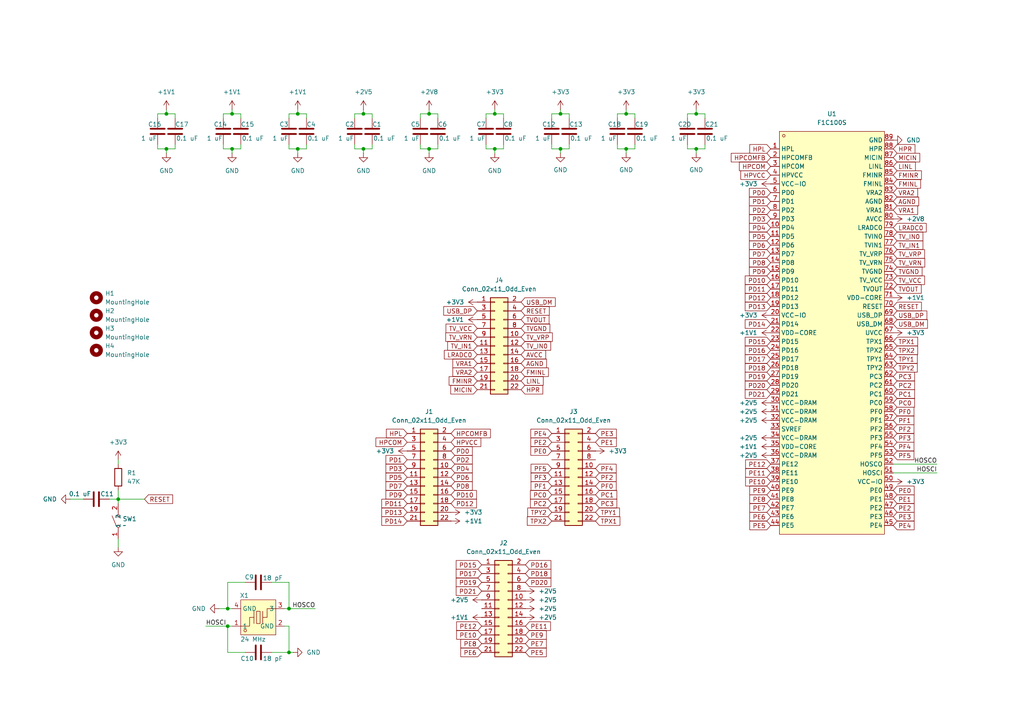
<source format=kicad_sch>
(kicad_sch (version 20250114) (generator "eeschema") (generator_version "9.0")
  (paper "A4")
  (title_block (title "F1C100s CPU ") (date "2025-03-30") (rev "1") (company "Author: Youri Klaassens"))
  (junction (at 48.26 33.02))
  (junction (at 201.93 43.18))
  (junction (at 162.56 33.02))
  (junction (at 105.41 43.18))
  (junction (at 66.04 176.53))
  (junction (at 66.04 181.61))
  (junction (at 143.51 33.02))
  (junction (at 48.26 43.18))
  (junction (at 86.36 33.02))
  (junction (at 105.41 33.02))
  (junction (at 124.46 43.18))
  (junction (at 67.31 43.18))
  (junction (at 83.82 176.53))
  (junction (at 83.82 189.23))
  (junction (at 34.29 144.78))
  (junction (at 86.36 43.18))
  (junction (at 181.61 43.18))
  (junction (at 162.56 43.18))
  (junction (at 181.61 33.02))
  (junction (at 201.93 33.02))
  (junction (at 143.51 43.18))
  (junction (at 124.46 33.02))
  (junction (at 67.31 33.02))
  (wire (pts (xy 88.9 43.18) (xy 86.36 43.18)))
  (wire (pts (xy 127 33.02) (xy 124.46 33.02)))
  (wire (pts (xy 64.77 33.02) (xy 67.31 33.02)))
  (wire (pts (xy 127 34.29) (xy 127 33.02)))
  (wire (pts (xy 179.07 34.29) (xy 179.07 33.02)))
  (wire (pts (xy 50.8 33.02) (xy 48.26 33.02)))
  (wire (pts (xy 184.15 34.29) (xy 184.15 33.02)))
  (wire (pts (xy 146.05 33.02) (xy 143.51 33.02)))
  (wire (pts (xy 201.93 44.45) (xy 201.93 43.18)))
  (wire (pts (xy 160.02 33.02) (xy 162.56 33.02)))
  (wire (pts (xy 107.95 34.29) (xy 107.95 33.02)))
  (wire (pts (xy 64.77 41.91) (xy 64.77 43.18)))
  (wire (pts (xy 107.95 43.18) (xy 105.41 43.18)))
  (wire (pts (xy 69.85 34.29) (xy 69.85 33.02)))
  (wire (pts (xy 146.05 41.91) (xy 146.05 43.18)))
  (wire (pts (xy 105.41 31.75) (xy 105.41 33.02)))
  (wire (pts (xy 34.29 133.35) (xy 34.29 134.62)))
  (wire (pts (xy 71.12 168.91) (xy 66.04 168.91)))
  (wire (pts (xy 165.1 41.91) (xy 165.1 43.18)))
  (wire (pts (xy 107.95 41.91) (xy 107.95 43.18)))
  (wire (pts (xy 48.26 44.45) (xy 48.26 43.18)))
  (wire (pts (xy 83.82 176.53) (xy 91.44 176.53)))
  (wire (pts (xy 204.47 43.18) (xy 201.93 43.18)))
  (wire (pts (xy 143.51 44.45) (xy 143.51 43.18)))
  (wire (pts (xy 181.61 31.75) (xy 181.61 33.02)))
  (wire (pts (xy 69.85 43.18) (xy 67.31 43.18)))
  (wire (pts (xy 78.74 168.91) (xy 83.82 168.91)))
  (wire (pts (xy 165.1 34.29) (xy 165.1 33.02)))
  (wire (pts (xy 201.93 31.75) (xy 201.93 33.02)))
  (wire (pts (xy 67.31 31.75) (xy 67.31 33.02)))
  (wire (pts (xy 184.15 41.91) (xy 184.15 43.18)))
  (wire (pts (xy 107.95 33.02) (xy 105.41 33.02)))
  (wire (pts (xy 199.39 41.91) (xy 199.39 43.18)))
  (wire (pts (xy 102.87 41.91) (xy 102.87 43.18)))
  (wire (pts (xy 140.97 34.29) (xy 140.97 33.02)))
  (wire (pts (xy 102.87 33.02) (xy 105.41 33.02)))
  (wire (pts (xy 45.72 34.29) (xy 45.72 33.02)))
  (wire (pts (xy 48.26 31.75) (xy 48.26 33.02)))
  (wire (pts (xy 86.36 31.75) (xy 86.36 33.02)))
  (wire (pts (xy 146.05 34.29) (xy 146.05 33.02)))
  (wire (pts (xy 64.77 34.29) (xy 64.77 33.02)))
  (wire (pts (xy 105.41 44.45) (xy 105.41 43.18)))
  (wire (pts (xy 59.69 181.61) (xy 66.04 181.61)))
  (wire (pts (xy 50.8 41.91) (xy 50.8 43.18)))
  (wire (pts (xy 66.04 168.91) (xy 66.04 176.53)))
  (wire (pts (xy 179.07 43.18) (xy 181.61 43.18)))
  (wire (pts (xy 45.72 43.18) (xy 48.26 43.18)))
  (wire (pts (xy 45.72 33.02) (xy 48.26 33.02)))
  (wire (pts (xy 160.02 41.91) (xy 160.02 43.18)))
  (wire (pts (xy 83.82 176.53) (xy 82.55 176.53)))
  (wire (pts (xy 83.82 34.29) (xy 83.82 33.02)))
  (wire (pts (xy 86.36 44.45) (xy 86.36 43.18)))
  (wire (pts (xy 102.87 43.18) (xy 105.41 43.18)))
  (wire (pts (xy 124.46 31.75) (xy 124.46 33.02)))
  (wire (pts (xy 102.87 34.29) (xy 102.87 33.02)))
  (wire (pts (xy 146.05 43.18) (xy 143.51 43.18)))
  (wire (pts (xy 78.74 189.23) (xy 83.82 189.23)))
  (wire (pts (xy 83.82 33.02) (xy 86.36 33.02)))
  (wire (pts (xy 184.15 33.02) (xy 181.61 33.02)))
  (wire (pts (xy 66.04 189.23) (xy 71.12 189.23)))
  (wire (pts (xy 83.82 43.18) (xy 86.36 43.18)))
  (wire (pts (xy 20.32 144.78) (xy 24.13 144.78)))
  (wire (pts (xy 162.56 44.45) (xy 162.56 43.18)))
  (wire (pts (xy 259.08 134.62) (xy 271.78 134.62)))
  (wire (pts (xy 67.31 44.45) (xy 67.31 43.18)))
  (wire (pts (xy 83.82 168.91) (xy 83.82 176.53)))
  (wire (pts (xy 160.02 43.18) (xy 162.56 43.18)))
  (wire (pts (xy 199.39 33.02) (xy 201.93 33.02)))
  (wire (pts (xy 34.29 144.78) (xy 34.29 146.05)))
  (wire (pts (xy 63.5 176.53) (xy 66.04 176.53)))
  (wire (pts (xy 165.1 33.02) (xy 162.56 33.02)))
  (wire (pts (xy 204.47 33.02) (xy 201.93 33.02)))
  (wire (pts (xy 127 41.91) (xy 127 43.18)))
  (wire (pts (xy 204.47 34.29) (xy 204.47 33.02)))
  (wire (pts (xy 69.85 33.02) (xy 67.31 33.02)))
  (wire (pts (xy 124.46 44.45) (xy 124.46 43.18)))
  (wire (pts (xy 143.51 31.75) (xy 143.51 33.02)))
  (wire (pts (xy 34.29 144.78) (xy 41.91 144.78)))
  (wire (pts (xy 50.8 34.29) (xy 50.8 33.02)))
  (wire (pts (xy 259.08 137.16) (xy 271.78 137.16)))
  (wire (pts (xy 83.82 41.91) (xy 83.82 43.18)))
  (wire (pts (xy 66.04 176.53) (xy 67.31 176.53)))
  (wire (pts (xy 140.97 41.91) (xy 140.97 43.18)))
  (wire (pts (xy 88.9 41.91) (xy 88.9 43.18)))
  (wire (pts (xy 140.97 33.02) (xy 143.51 33.02)))
  (wire (pts (xy 199.39 34.29) (xy 199.39 33.02)))
  (wire (pts (xy 184.15 43.18) (xy 181.61 43.18)))
  (wire (pts (xy 199.39 43.18) (xy 201.93 43.18)))
  (wire (pts (xy 67.31 181.61) (xy 66.04 181.61)))
  (wire (pts (xy 165.1 43.18) (xy 162.56 43.18)))
  (wire (pts (xy 34.29 142.24) (xy 34.29 144.78)))
  (wire (pts (xy 179.07 41.91) (xy 179.07 43.18)))
  (wire (pts (xy 50.8 43.18) (xy 48.26 43.18)))
  (wire (pts (xy 127 43.18) (xy 124.46 43.18)))
  (wire (pts (xy 45.72 41.91) (xy 45.72 43.18)))
  (wire (pts (xy 88.9 34.29) (xy 88.9 33.02)))
  (wire (pts (xy 82.55 181.61) (xy 83.82 181.61)))
  (wire (pts (xy 121.92 43.18) (xy 124.46 43.18)))
  (wire (pts (xy 140.97 43.18) (xy 143.51 43.18)))
  (wire (pts (xy 66.04 181.61) (xy 66.04 189.23)))
  (wire (pts (xy 121.92 33.02) (xy 124.46 33.02)))
  (wire (pts (xy 83.82 189.23) (xy 85.09 189.23)))
  (wire (pts (xy 88.9 33.02) (xy 86.36 33.02)))
  (wire (pts (xy 179.07 33.02) (xy 181.61 33.02)))
  (wire (pts (xy 121.92 34.29) (xy 121.92 33.02)))
  (wire (pts (xy 83.82 181.61) (xy 83.82 189.23)))
  (wire (pts (xy 160.02 34.29) (xy 160.02 33.02)))
  (wire (pts (xy 121.92 41.91) (xy 121.92 43.18)))
  (wire (pts (xy 64.77 43.18) (xy 67.31 43.18)))
  (wire (pts (xy 181.61 44.45) (xy 181.61 43.18)))
  (wire (pts (xy 162.56 31.75) (xy 162.56 33.02)))
  (wire (pts (xy 69.85 41.91) (xy 69.85 43.18)))
  (wire (pts (xy 34.29 144.78) (xy 31.75 144.78)))
  (wire (pts (xy 34.29 156.21) (xy 34.29 158.75)))
  (wire (pts (xy 204.47 41.91) (xy 204.47 43.18)))
  (label "HOSCO" (at 271.78 134.62 180))
  (label "HOSCO" (at 91.44 176.53 180))
  (label "HOSCI" (at 59.69 181.61 0))
  (label "HOSCI" (at 271.78 137.16 180))
  (global_label "TVGND" (shape input) (at 151.13 95.25 0) (property "Intersheetrefs" "${INTERSHEET_REFS}" (effects (hide yes))))
  (global_label "PD19" (shape input) (at 223.52 109.22 180) (property "Intersheetrefs" "${INTERSHEET_REFS}" (effects (hide yes))))
  (global_label "TVGND" (shape input) (at 259.08 78.74 0) (property "Intersheetrefs" "${INTERSHEET_REFS}" (effects (hide yes))))
  (global_label "PD2" (shape input) (at 223.52 60.96 180) (property "Intersheetrefs" "${INTERSHEET_REFS}" (effects (hide yes))))
  (global_label "PC3" (shape input) (at 259.08 109.22 0) (property "Intersheetrefs" "${INTERSHEET_REFS}" (effects (hide yes))))
  (global_label "FMINR" (shape input) (at 259.08 50.8 0) (property "Intersheetrefs" "${INTERSHEET_REFS}" (effects (hide yes))))
  (global_label "TPX1" (shape input) (at 259.08 99.06 0) (property "Intersheetrefs" "${INTERSHEET_REFS}" (effects (hide yes))))
  (global_label "TV_VCC" (shape input) (at 259.08 81.28 0) (property "Intersheetrefs" "${INTERSHEET_REFS}" (effects (hide yes))))
  (global_label "PD0" (shape input) (at 130.81 130.81 0) (property "Intersheetrefs" "${INTERSHEET_REFS}" (effects (hide yes))))
  (global_label "PD12" (shape input) (at 130.81 146.05 0) (property "Intersheetrefs" "${INTERSHEET_REFS}" (effects (hide yes))))
  (global_label "PC0" (shape input) (at 259.08 116.84 0) (property "Intersheetrefs" "${INTERSHEET_REFS}" (effects (hide yes))))
  (global_label "PD6" (shape input) (at 223.52 71.12 180) (property "Intersheetrefs" "${INTERSHEET_REFS}" (effects (hide yes))))
  (global_label "HPL" (shape input) (at 223.52 43.18 180) (property "Intersheetrefs" "${INTERSHEET_REFS}" (effects (hide yes))))
  (global_label "MICIN" (shape input) (at 259.08 45.72 0) (property "Intersheetrefs" "${INTERSHEET_REFS}" (effects (hide yes))))
  (global_label "PE3" (shape input) (at 259.08 149.86 0) (property "Intersheetrefs" "${INTERSHEET_REFS}" (effects (hide yes))))
  (global_label "USB_DP" (shape input) (at 259.08 91.44 0) (property "Intersheetrefs" "${INTERSHEET_REFS}" (effects (hide yes))))
  (global_label "PF4" (shape input) (at 172.72 135.89 0) (property "Intersheetrefs" "${INTERSHEET_REFS}" (effects (hide yes))))
  (global_label "PE2" (shape input) (at 259.08 147.32 0) (property "Intersheetrefs" "${INTERSHEET_REFS}" (effects (hide yes))))
  (global_label "LINL" (shape input) (at 259.08 48.26 0) (property "Intersheetrefs" "${INTERSHEET_REFS}" (effects (hide yes))))
  (global_label "PE9" (shape input) (at 223.52 142.24 180) (property "Intersheetrefs" "${INTERSHEET_REFS}" (effects (hide yes))))
  (global_label "HPVCC" (shape input) (at 223.52 50.8 180) (property "Intersheetrefs" "${INTERSHEET_REFS}" (effects (hide yes))))
  (global_label "PD20" (shape input) (at 152.4 168.91 0) (property "Intersheetrefs" "${INTERSHEET_REFS}" (effects (hide yes))))
  (global_label "PE10" (shape input) (at 139.7 184.15 180) (property "Intersheetrefs" "${INTERSHEET_REFS}" (effects (hide yes))))
  (global_label "TPX2" (shape input) (at 160.02 151.13 180) (property "Intersheetrefs" "${INTERSHEET_REFS}" (effects (hide yes))))
  (global_label "TV_VCC" (shape input) (at 138.43 95.25 180) (property "Intersheetrefs" "${INTERSHEET_REFS}" (effects (hide yes))))
  (global_label "HPCOMFB" (shape input) (at 223.52 45.72 180) (property "Intersheetrefs" "${INTERSHEET_REFS}" (effects (hide yes))))
  (global_label "HPCOM" (shape input) (at 223.52 48.26 180) (property "Intersheetrefs" "${INTERSHEET_REFS}" (effects (hide yes))))
  (global_label "PD0" (shape input) (at 223.52 55.88 180) (property "Intersheetrefs" "${INTERSHEET_REFS}" (effects (hide yes))))
  (global_label "TVOUT" (shape input) (at 259.08 83.82 0) (property "Intersheetrefs" "${INTERSHEET_REFS}" (effects (hide yes))))
  (global_label "TV_VRP" (shape input) (at 259.08 73.66 0) (property "Intersheetrefs" "${INTERSHEET_REFS}" (effects (hide yes))))
  (global_label "PD8" (shape input) (at 130.81 140.97 0) (property "Intersheetrefs" "${INTERSHEET_REFS}" (effects (hide yes))))
  (global_label "PC2" (shape input) (at 160.02 146.05 180) (property "Intersheetrefs" "${INTERSHEET_REFS}" (effects (hide yes))))
  (global_label "FMINL" (shape input) (at 151.13 107.95 0) (property "Intersheetrefs" "${INTERSHEET_REFS}" (effects (hide yes))))
  (global_label "VRA2" (shape input) (at 259.08 55.88 0) (property "Intersheetrefs" "${INTERSHEET_REFS}" (effects (hide yes))))
  (global_label "PE12" (shape input) (at 223.52 134.62 180) (property "Intersheetrefs" "${INTERSHEET_REFS}" (effects (hide yes))))
  (global_label "PF3" (shape input) (at 259.08 127 0) (property "Intersheetrefs" "${INTERSHEET_REFS}" (effects (hide yes))))
  (global_label "PD5" (shape input) (at 118.11 138.43 180) (property "Intersheetrefs" "${INTERSHEET_REFS}" (effects (hide yes))))
  (global_label "PE8" (shape input) (at 223.52 144.78 180) (property "Intersheetrefs" "${INTERSHEET_REFS}" (effects (hide yes))))
  (global_label "AVCC" (shape input) (at 151.13 102.87 0) (property "Intersheetrefs" "${INTERSHEET_REFS}" (effects (hide yes))))
  (global_label "PD21" (shape input) (at 139.7 171.45 180) (property "Intersheetrefs" "${INTERSHEET_REFS}" (effects (hide yes))))
  (global_label "HPL" (shape input) (at 118.11 125.73 180) (property "Intersheetrefs" "${INTERSHEET_REFS}" (effects (hide yes))))
  (global_label "TPX1" (shape input) (at 172.72 151.13 0) (property "Intersheetrefs" "${INTERSHEET_REFS}" (effects (hide yes))))
  (global_label "PD1" (shape input) (at 118.11 133.35 180) (property "Intersheetrefs" "${INTERSHEET_REFS}" (effects (hide yes))))
  (global_label "PC3" (shape input) (at 172.72 146.05 0) (property "Intersheetrefs" "${INTERSHEET_REFS}" (effects (hide yes))))
  (global_label "PF4" (shape input) (at 259.08 129.54 0) (property "Intersheetrefs" "${INTERSHEET_REFS}" (effects (hide yes))))
  (global_label "PE7" (shape input) (at 223.52 147.32 180) (property "Intersheetrefs" "${INTERSHEET_REFS}" (effects (hide yes))))
  (global_label "TPY2" (shape input) (at 259.08 106.68 0) (property "Intersheetrefs" "${INTERSHEET_REFS}" (effects (hide yes))))
  (global_label "RESET" (shape input) (at 151.13 90.17 0) (property "Intersheetrefs" "${INTERSHEET_REFS}" (effects (hide yes))))
  (global_label "PD18" (shape input) (at 223.52 106.68 180) (property "Intersheetrefs" "${INTERSHEET_REFS}" (effects (hide yes))))
  (global_label "PD12" (shape input) (at 223.52 86.36 180) (property "Intersheetrefs" "${INTERSHEET_REFS}" (effects (hide yes))))
  (global_label "LINL" (shape input) (at 151.13 110.49 0) (property "Intersheetrefs" "${INTERSHEET_REFS}" (effects (hide yes))))
  (global_label "TV_VRP" (shape input) (at 151.13 97.79 0) (property "Intersheetrefs" "${INTERSHEET_REFS}" (effects (hide yes))))
  (global_label "USB_DM" (shape input) (at 151.13 87.63 0) (property "Intersheetrefs" "${INTERSHEET_REFS}" (effects (hide yes))))
  (global_label "PE0" (shape input) (at 259.08 142.24 0) (property "Intersheetrefs" "${INTERSHEET_REFS}" (effects (hide yes))))
  (global_label "PE8" (shape input) (at 139.7 186.69 180) (property "Intersheetrefs" "${INTERSHEET_REFS}" (effects (hide yes))))
  (global_label "PF3" (shape input) (at 160.02 138.43 180) (property "Intersheetrefs" "${INTERSHEET_REFS}" (effects (hide yes))))
  (global_label "PE6" (shape input) (at 139.7 189.23 180) (property "Intersheetrefs" "${INTERSHEET_REFS}" (effects (hide yes))))
  (global_label "PD3" (shape input) (at 118.11 135.89 180) (property "Intersheetrefs" "${INTERSHEET_REFS}" (effects (hide yes))))
  (global_label "PD15" (shape input) (at 223.52 99.06 180) (property "Intersheetrefs" "${INTERSHEET_REFS}" (effects (hide yes))))
  (global_label "PE9" (shape input) (at 152.4 184.15 0) (property "Intersheetrefs" "${INTERSHEET_REFS}" (effects (hide yes))))
  (global_label "PF5" (shape input) (at 259.08 132.08 0) (property "Intersheetrefs" "${INTERSHEET_REFS}" (effects (hide yes))))
  (global_label "PF1" (shape input) (at 160.02 140.97 180) (property "Intersheetrefs" "${INTERSHEET_REFS}" (effects (hide yes))))
  (global_label "TPX2" (shape input) (at 259.08 101.6 0) (property "Intersheetrefs" "${INTERSHEET_REFS}" (effects (hide yes))))
  (global_label "PE7" (shape input) (at 152.4 186.69 0) (property "Intersheetrefs" "${INTERSHEET_REFS}" (effects (hide yes))))
  (global_label "PD6" (shape input) (at 130.81 138.43 0) (property "Intersheetrefs" "${INTERSHEET_REFS}" (effects (hide yes))))
  (global_label "MICIN" (shape input) (at 138.43 113.03 180) (property "Intersheetrefs" "${INTERSHEET_REFS}" (effects (hide yes))))
  (global_label "PD9" (shape input) (at 223.52 78.74 180) (property "Intersheetrefs" "${INTERSHEET_REFS}" (effects (hide yes))))
  (global_label "PF1" (shape input) (at 259.08 121.92 0) (property "Intersheetrefs" "${INTERSHEET_REFS}" (effects (hide yes))))
  (global_label "PD19" (shape input) (at 139.7 168.91 180) (property "Intersheetrefs" "${INTERSHEET_REFS}" (effects (hide yes))))
  (global_label "TV_IN0" (shape input) (at 151.13 100.33 0) (property "Intersheetrefs" "${INTERSHEET_REFS}" (effects (hide yes))))
  (global_label "PE4" (shape input) (at 160.02 125.73 180) (property "Intersheetrefs" "${INTERSHEET_REFS}" (effects (hide yes))))
  (global_label "PD10" (shape input) (at 130.81 143.51 0) (property "Intersheetrefs" "${INTERSHEET_REFS}" (effects (hide yes))))
  (global_label "PD4" (shape input) (at 223.52 66.04 180) (property "Intersheetrefs" "${INTERSHEET_REFS}" (effects (hide yes))))
  (global_label "PD7" (shape input) (at 118.11 140.97 180) (property "Intersheetrefs" "${INTERSHEET_REFS}" (effects (hide yes))))
  (global_label "TV_VRN" (shape input) (at 138.43 97.79 180) (property "Intersheetrefs" "${INTERSHEET_REFS}" (effects (hide yes))))
  (global_label "PD17" (shape input) (at 223.52 104.14 180) (property "Intersheetrefs" "${INTERSHEET_REFS}" (effects (hide yes))))
  (global_label "PD16" (shape input) (at 152.4 163.83 0) (property "Intersheetrefs" "${INTERSHEET_REFS}" (effects (hide yes))))
  (global_label "TPY1" (shape input) (at 259.08 104.14 0) (property "Intersheetrefs" "${INTERSHEET_REFS}" (effects (hide yes))))
  (global_label "PD7" (shape input) (at 223.52 73.66 180) (property "Intersheetrefs" "${INTERSHEET_REFS}" (effects (hide yes))))
  (global_label "PE0" (shape input) (at 160.02 130.81 180) (property "Intersheetrefs" "${INTERSHEET_REFS}" (effects (hide yes))))
  (global_label "PC1" (shape input) (at 172.72 143.51 0) (property "Intersheetrefs" "${INTERSHEET_REFS}" (effects (hide yes))))
  (global_label "PF5" (shape input) (at 160.02 135.89 180) (property "Intersheetrefs" "${INTERSHEET_REFS}" (effects (hide yes))))
  (global_label "PD14" (shape input) (at 223.52 93.98 180) (property "Intersheetrefs" "${INTERSHEET_REFS}" (effects (hide yes))))
  (global_label "PE1" (shape input) (at 172.72 128.27 0) (property "Intersheetrefs" "${INTERSHEET_REFS}" (effects (hide yes))))
  (global_label "PD9" (shape input) (at 118.11 143.51 180) (property "Intersheetrefs" "${INTERSHEET_REFS}" (effects (hide yes))))
  (global_label "PD2" (shape input) (at 130.81 133.35 0) (property "Intersheetrefs" "${INTERSHEET_REFS}" (effects (hide yes))))
  (global_label "PE1" (shape input) (at 259.08 144.78 0) (property "Intersheetrefs" "${INTERSHEET_REFS}" (effects (hide yes))))
  (global_label "PD13" (shape input) (at 118.11 148.59 180) (property "Intersheetrefs" "${INTERSHEET_REFS}" (effects (hide yes))))
  (global_label "RESET" (shape input) (at 41.91 144.78 0) (property "Intersheetrefs" "${INTERSHEET_REFS}" (effects (hide yes))))
  (global_label "PC0" (shape input) (at 160.02 143.51 180) (property "Intersheetrefs" "${INTERSHEET_REFS}" (effects (hide yes))))
  (global_label "PE11" (shape input) (at 223.52 137.16 180) (property "Intersheetrefs" "${INTERSHEET_REFS}" (effects (hide yes))))
  (global_label "PF2" (shape input) (at 259.08 124.46 0) (property "Intersheetrefs" "${INTERSHEET_REFS}" (effects (hide yes))))
  (global_label "TPY2" (shape input) (at 160.02 148.59 180) (property "Intersheetrefs" "${INTERSHEET_REFS}" (effects (hide yes))))
  (global_label "PD17" (shape input) (at 139.7 166.37 180) (property "Intersheetrefs" "${INTERSHEET_REFS}" (effects (hide yes))))
  (global_label "PE5" (shape input) (at 223.52 152.4 180) (property "Intersheetrefs" "${INTERSHEET_REFS}" (effects (hide yes))))
  (global_label "RESET" (shape input) (at 259.08 88.9 0) (property "Intersheetrefs" "${INTERSHEET_REFS}" (effects (hide yes))))
  (global_label "FMINL" (shape input) (at 259.08 53.34 0) (property "Intersheetrefs" "${INTERSHEET_REFS}" (effects (hide yes))))
  (global_label "PD1" (shape input) (at 223.52 58.42 180) (property "Intersheetrefs" "${INTERSHEET_REFS}" (effects (hide yes))))
  (global_label "PE3" (shape input) (at 172.72 125.73 0) (property "Intersheetrefs" "${INTERSHEET_REFS}" (effects (hide yes))))
  (global_label "PD16" (shape input) (at 223.52 101.6 180) (property "Intersheetrefs" "${INTERSHEET_REFS}" (effects (hide yes))))
  (global_label "TPY1" (shape input) (at 172.72 148.59 0) (property "Intersheetrefs" "${INTERSHEET_REFS}" (effects (hide yes))))
  (global_label "LRADC0" (shape input) (at 259.08 66.04 0) (property "Intersheetrefs" "${INTERSHEET_REFS}" (effects (hide yes))))
  (global_label "PD20" (shape input) (at 223.52 111.76 180) (property "Intersheetrefs" "${INTERSHEET_REFS}" (effects (hide yes))))
  (global_label "FMINR" (shape input) (at 138.43 110.49 180) (property "Intersheetrefs" "${INTERSHEET_REFS}" (effects (hide yes))))
  (global_label "VRA1" (shape input) (at 259.08 60.96 0) (property "Intersheetrefs" "${INTERSHEET_REFS}" (effects (hide yes))))
  (global_label "VRA2" (shape input) (at 138.43 107.95 180) (property "Intersheetrefs" "${INTERSHEET_REFS}" (effects (hide yes))))
  (global_label "PD14" (shape input) (at 118.11 151.13 180) (property "Intersheetrefs" "${INTERSHEET_REFS}" (effects (hide yes))))
  (global_label "PD18" (shape input) (at 152.4 166.37 0) (property "Intersheetrefs" "${INTERSHEET_REFS}" (effects (hide yes))))
  (global_label "AGND" (shape input) (at 151.13 105.41 0) (property "Intersheetrefs" "${INTERSHEET_REFS}" (effects (hide yes))))
  (global_label "TVOUT" (shape input) (at 151.13 92.71 0) (property "Intersheetrefs" "${INTERSHEET_REFS}" (effects (hide yes))))
  (global_label "TV_IN1" (shape input) (at 138.43 100.33 180) (property "Intersheetrefs" "${INTERSHEET_REFS}" (effects (hide yes))))
  (global_label "USB_DP" (shape input) (at 138.43 90.17 180) (property "Intersheetrefs" "${INTERSHEET_REFS}" (effects (hide yes))))
  (global_label "HPCOMFB" (shape input) (at 130.81 125.73 0) (property "Intersheetrefs" "${INTERSHEET_REFS}" (effects (hide yes))))
  (global_label "USB_DM" (shape input) (at 259.08 93.98 0) (property "Intersheetrefs" "${INTERSHEET_REFS}" (effects (hide yes))))
  (global_label "PE12" (shape input) (at 139.7 181.61 180) (property "Intersheetrefs" "${INTERSHEET_REFS}" (effects (hide yes))))
  (global_label "PD11" (shape input) (at 118.11 146.05 180) (property "Intersheetrefs" "${INTERSHEET_REFS}" (effects (hide yes))))
  (global_label "TV_IN1" (shape input) (at 259.08 71.12 0) (property "Intersheetrefs" "${INTERSHEET_REFS}" (effects (hide yes))))
  (global_label "HPR" (shape input) (at 259.08 43.18 0) (property "Intersheetrefs" "${INTERSHEET_REFS}" (effects (hide yes))))
  (global_label "TV_IN0" (shape input) (at 259.08 68.58 0) (property "Intersheetrefs" "${INTERSHEET_REFS}" (effects (hide yes))))
  (global_label "PD15" (shape input) (at 139.7 163.83 180) (property "Intersheetrefs" "${INTERSHEET_REFS}" (effects (hide yes))))
  (global_label "HPR" (shape input) (at 151.13 113.03 0) (property "Intersheetrefs" "${INTERSHEET_REFS}" (effects (hide yes))))
  (global_label "PE10" (shape input) (at 223.52 139.7 180) (property "Intersheetrefs" "${INTERSHEET_REFS}" (effects (hide yes))))
  (global_label "VRA1" (shape input) (at 138.43 105.41 180) (property "Intersheetrefs" "${INTERSHEET_REFS}" (effects (hide yes))))
  (global_label "PD11" (shape input) (at 223.52 83.82 180) (property "Intersheetrefs" "${INTERSHEET_REFS}" (effects (hide yes))))
  (global_label "PE5" (shape input) (at 152.4 189.23 0) (property "Intersheetrefs" "${INTERSHEET_REFS}" (effects (hide yes))))
  (global_label "PF2" (shape input) (at 172.72 138.43 0) (property "Intersheetrefs" "${INTERSHEET_REFS}" (effects (hide yes))))
  (global_label "PF0" (shape input) (at 259.08 119.38 0) (property "Intersheetrefs" "${INTERSHEET_REFS}" (effects (hide yes))))
  (global_label "PD21" (shape input) (at 223.52 114.3 180) (property "Intersheetrefs" "${INTERSHEET_REFS}" (effects (hide yes))))
  (global_label "HPVCC" (shape input) (at 130.81 128.27 0) (property "Intersheetrefs" "${INTERSHEET_REFS}" (effects (hide yes))))
  (global_label "TV_VRN" (shape input) (at 259.08 76.2 0) (property "Intersheetrefs" "${INTERSHEET_REFS}" (effects (hide yes))))
  (global_label "PC1" (shape input) (at 259.08 114.3 0) (property "Intersheetrefs" "${INTERSHEET_REFS}" (effects (hide yes))))
  (global_label "PE11" (shape input) (at 152.4 181.61 0) (property "Intersheetrefs" "${INTERSHEET_REFS}" (effects (hide yes))))
  (global_label "PD8" (shape input) (at 223.52 76.2 180) (property "Intersheetrefs" "${INTERSHEET_REFS}" (effects (hide yes))))
  (global_label "LRADC0" (shape input) (at 138.43 102.87 180) (property "Intersheetrefs" "${INTERSHEET_REFS}" (effects (hide yes))))
  (global_label "PD10" (shape input) (at 223.52 81.28 180) (property "Intersheetrefs" "${INTERSHEET_REFS}" (effects (hide yes))))
  (global_label "PE6" (shape input) (at 223.52 149.86 180) (property "Intersheetrefs" "${INTERSHEET_REFS}" (effects (hide yes))))
  (global_label "PE4" (shape input) (at 259.08 152.4 0) (property "Intersheetrefs" "${INTERSHEET_REFS}" (effects (hide yes))))
  (global_label "PD13" (shape input) (at 223.52 88.9 180) (property "Intersheetrefs" "${INTERSHEET_REFS}" (effects (hide yes))))
  (global_label "PD3" (shape input) (at 223.52 63.5 180) (property "Intersheetrefs" "${INTERSHEET_REFS}" (effects (hide yes))))
  (global_label "AGND" (shape input) (at 259.08 58.42 0) (property "Intersheetrefs" "${INTERSHEET_REFS}" (effects (hide yes))))
  (global_label "PE2" (shape input) (at 160.02 128.27 180) (property "Intersheetrefs" "${INTERSHEET_REFS}" (effects (hide yes))))
  (global_label "PD4" (shape input) (at 130.81 135.89 0) (property "Intersheetrefs" "${INTERSHEET_REFS}" (effects (hide yes))))
  (global_label "PD5" (shape input) (at 223.52 68.58 180) (property "Intersheetrefs" "${INTERSHEET_REFS}" (effects (hide yes))))
  (global_label "HPCOM" (shape input) (at 118.11 128.27 180) (property "Intersheetrefs" "${INTERSHEET_REFS}" (effects (hide yes))))
  (global_label "PC2" (shape input) (at 259.08 111.76 0) (property "Intersheetrefs" "${INTERSHEET_REFS}" (effects (hide yes))))
  (global_label "PF0" (shape input) (at 172.72 140.97 0) (property "Intersheetrefs" "${INTERSHEET_REFS}" (effects (hide yes))))
  (symbol (lib_id "power:GND") (at 259.08 40.64 90) (unit 1)
    (property "Reference" "#PWR033" (effects (hide yes)))
    (property "Value" "GND" (at 262.89 40.6399 90) (effects (justify right)))
    (property "Description" "Power symbol creates a global label with name \"GND\" , ground" (effects (hide yes)))
  )
  (symbol (lib_id "power:+1V1") (at 223.52 121.92 90) (unit 1)
    (property "Reference" "#PWR019" (effects (hide yes)))
    (property "Value" "+2V5" (at 219.71 121.9199 90) (effects (justify left)))
    (property "Description" "Power symbol creates a global label with name \"+1V1\"" (effects (hide yes)))
  )
  (symbol (lib_id "power:+1V1") (at 223.52 119.38 90) (unit 1)
    (property "Reference" "#PWR018" (effects (hide yes)))
    (property "Value" "+2V5" (at 219.71 119.3799 90) (effects (justify left)))
    (property "Description" "Power symbol creates a global label with name \"+1V1\"" (effects (hide yes)))
  )
  (symbol (lib_id "power:+1V1") (at 152.4 179.07 270) (unit 1)
    (property "Reference" "#PWR027" (effects (hide yes)))
    (property "Value" "+2V5" (at 156.21 179.0699 90) (effects (justify left)))
    (property "Description" "Power symbol creates a global label with name \"+1V1\"" (effects (hide yes)))
  )
  (symbol (lib_id "Device:C") (at 160.02 38.1 0) (unit 1)
    (property "Reference" "C12" (at 157.226 36.068 0) (effects (justify left)))
    (property "Value" "1 uF" (at 155.194 40.132 0) (effects (justify left)))
    (property "Footprint" "Capacitor_SMD:C_0201_0603Metric_Pad0.64x0.40mm_HandSolder" (effects (hide yes)))
    (property "Description" "Unpolarized capacitor" (effects (hide yes)))
  )
  (symbol (lib_id "24MHz-oscillator:XL2RI-111-24M") (at 74.93 179.07 0) (unit 1)
    (property "Reference" "X1" (at 70.866 172.72 0))
    (property "Value" "24 MHz" (at 73.406 185.42 0))
    (property "Footprint" "24MHz-Oscillator:CRYSTAL-SMD_4P-L3.2-W2.5-BL" (effects (hide yes)))
    (property "LCSC Part" "C20617586" (effects (hide yes)))
  )
  (symbol (lib_id "power:+1V1") (at 139.7 179.07 90) (unit 1)
    (property "Reference" "#PWR028" (effects (hide yes)))
    (property "Value" "+1V1" (at 135.89 179.0699 90) (effects (justify left)))
    (property "Description" "Power symbol creates a global label with name \"+1V1\"" (effects (hide yes)))
  )
  (symbol (lib_id "power:GND") (at 181.61 44.45 0) (unit 1)
    (property "Reference" "#PWR047" (effects (hide yes)))
    (property "Value" "GND" (at 181.61 49.276 0))
    (property "Description" "Power symbol creates a global label with name \"GND\" , ground" (effects (hide yes)))
  )
  (symbol (lib_id "Connector_Generic:Conn_02x11_Odd_Even") (at 165.1 138.43 0) (unit 1)
    (property "Reference" "J3" (at 166.37 119.38 0))
    (property "Value" "Conn_02x11_Odd_Even" (at 166.37 121.92 0))
    (property "Footprint" "Connector_PinSocket_2.54mm:PinSocket_2x11_P2.54mm_Vertical" (effects (hide yes)))
    (property "Description" "Generic connector, double row, 02x11, odd/even pin numbering scheme (row 1 odd numbers, row 2 even numbers), script generated (kicad-library-utils/schlib/autogen/connector/)" (effects (hide yes)))
  )
  (symbol (lib_id "power:+1V1") (at 201.93 31.75 0) (unit 1)
    (property "Reference" "#PWR048" (effects (hide yes)))
    (property "Value" "+3V3" (at 201.93 26.67 0))
    (property "Description" "Power symbol creates a global label with name \"+1V1\"" (effects (hide yes)))
  )
  (symbol (lib_id "power:+1V1") (at 223.52 132.08 90) (unit 1)
    (property "Reference" "#PWR021" (effects (hide yes)))
    (property "Value" "+2V5" (at 219.71 132.0799 90) (effects (justify left)))
    (property "Description" "Power symbol creates a global label with name \"+1V1\"" (effects (hide yes)))
  )
  (symbol (lib_id "Device:C") (at 146.05 38.1 0) (unit 1)
    (property "Reference" "C8" (at 146.05 36.068 0) (effects (justify left)))
    (property "Value" "0.1 uF" (at 146.304 40.132 0) (effects (justify left)))
    (property "Footprint" "Capacitor_SMD:C_0201_0603Metric_Pad0.64x0.40mm_HandSolder" (effects (hide yes)))
    (property "Description" "Unpolarized capacitor" (effects (hide yes)))
  )
  (symbol (lib_id "power:+1V1") (at 152.4 173.99 270) (unit 1)
    (property "Reference" "#PWR025" (effects (hide yes)))
    (property "Value" "+2V5" (at 156.21 173.9899 90) (effects (justify left)))
    (property "Description" "Power symbol creates a global label with name \"+1V1\"" (effects (hide yes)))
  )
  (symbol (lib_id "Device:C") (at 88.9 38.1 0) (unit 1)
    (property "Reference" "C4" (at 88.9 36.068 0) (effects (justify left)))
    (property "Value" "0.1 uF" (at 89.154 40.132 0) (effects (justify left)))
    (property "Footprint" "Capacitor_SMD:C_0201_0603Metric_Pad0.64x0.40mm_HandSolder" (effects (hide yes)))
    (property "Description" "Unpolarized capacitor" (effects (hide yes)))
  )
  (symbol (lib_id "Device:C") (at 127 38.1 0) (unit 1)
    (property "Reference" "C6" (at 127 36.068 0) (effects (justify left)))
    (property "Value" "0.1 uF" (at 127.254 40.132 0) (effects (justify left)))
    (property "Footprint" "Capacitor_SMD:C_0201_0603Metric_Pad0.64x0.40mm_HandSolder" (effects (hide yes)))
    (property "Description" "Unpolarized capacitor" (effects (hide yes)))
  )
  (symbol (lib_id "power:GND") (at 124.46 44.45 0) (unit 1)
    (property "Reference" "#PWR06" (effects (hide yes)))
    (property "Value" "GND" (at 124.46 49.53 0))
    (property "Description" "Power symbol creates a global label with name \"GND\" , ground" (effects (hide yes)))
  )
  (symbol (lib_id "Device:C") (at 140.97 38.1 0) (unit 1)
    (property "Reference" "C7" (at 138.176 36.068 0) (effects (justify left)))
    (property "Value" "1 uF" (at 136.144 40.132 0) (effects (justify left)))
    (property "Footprint" "Capacitor_SMD:C_0201_0603Metric_Pad0.64x0.40mm_HandSolder" (effects (hide yes)))
    (property "Description" "Unpolarized capacitor" (effects (hide yes)))
  )
  (symbol (lib_id "F1C100s-SoC:F1C100S") (at 241.3 96.52 0) (unit 1)
    (property "Reference" "U1" (at 241.3 33.02 0))
    (property "Value" "F1C100S" (at 241.3 35.56 0))
    (property "Footprint" "F1C100s-SoC:QFN-88_L10.0-W10.0-P0.40-BL-EP6.75" (effects (hide yes)))
    (property "LCSC Part" "C1511928" (effects (hide yes)))
  )
  (symbol (lib_id "Device:C") (at 74.93 168.91 90) (unit 1)
    (property "Reference" "C9" (at 73.66 167.386 90) (effects (justify left)))
    (property "Value" "18 pF" (at 82.042 167.64 90) (effects (justify left)))
    (property "Footprint" "Capacitor_SMD:C_0201_0603Metric_Pad0.64x0.40mm_HandSolder" (effects (hide yes)))
    (property "Description" "Unpolarized capacitor" (effects (hide yes)))
  )
  (symbol (lib_id "power:+1V1") (at 223.52 116.84 90) (unit 1)
    (property "Reference" "#PWR017" (effects (hide yes)))
    (property "Value" "+2V5" (at 219.71 116.8399 90) (effects (justify left)))
    (property "Description" "Power symbol creates a global label with name \"+1V1\"" (effects (hide yes)))
  )
  (symbol (lib_id "power:GND") (at 143.51 44.45 0) (unit 1)
    (property "Reference" "#PWR08" (effects (hide yes)))
    (property "Value" "GND" (at 143.51 49.53 0))
    (property "Description" "Power symbol creates a global label with name \"GND\" , ground" (effects (hide yes)))
  )
  (symbol (lib_id "Connector_Generic:Conn_02x11_Odd_Even") (at 144.78 176.53 0) (unit 1)
    (property "Reference" "J2" (at 146.05 157.48 0))
    (property "Value" "Conn_02x11_Odd_Even" (at 146.05 160.02 0))
    (property "Footprint" "Connector_PinSocket_2.54mm:PinSocket_2x11_P2.54mm_Vertical" (effects (hide yes)))
    (property "Description" "Generic connector, double row, 02x11, odd/even pin numbering scheme (row 1 odd numbers, row 2 even numbers), script generated (kicad-library-utils/schlib/autogen/connector/)" (effects (hide yes)))
  )
  (symbol (lib_id "power:+1V1") (at 105.41 31.75 0) (unit 1)
    (property "Reference" "#PWR01" (effects (hide yes)))
    (property "Value" "+2V5" (at 105.41 26.67 0))
    (property "Description" "Power symbol creates a global label with name \"+1V1\"" (effects (hide yes)))
  )
  (symbol (lib_id "power:+1V1") (at 223.52 53.34 90) (unit 1)
    (property "Reference" "#PWR012" (effects (hide yes)))
    (property "Value" "+3V3" (at 219.71 53.3399 90) (effects (justify left)))
    (property "Description" "Power symbol creates a global label with name \"+1V1\"" (effects (hide yes)))
  )
  (symbol (lib_id "power:+1V1") (at 67.31 31.75 0) (unit 1)
    (property "Reference" "#PWR042" (effects (hide yes)))
    (property "Value" "+1V1" (at 67.31 26.67 0))
    (property "Description" "Power symbol creates a global label with name \"+1V1\"" (effects (hide yes)))
  )
  (symbol (lib_id "power:+1V1") (at 223.52 96.52 90) (unit 1)
    (property "Reference" "#PWR014" (effects (hide yes)))
    (property "Value" "+1V1" (at 219.71 96.5199 90) (effects (justify left)))
    (property "Description" "Power symbol creates a global label with name \"+1V1\"" (effects (hide yes)))
  )
  (symbol (lib_id "Mechanical:MountingHole") (at 27.94 91.44 0) (unit 1) (in_bom no)
    (property "Reference" "H2" (at 30.48 90.1699 0) (effects (justify left)))
    (property "Value" "MountingHole" (at 30.48 92.7099 0) (effects (justify left)))
    (property "Footprint" "MountingHole:MountingHole_2.7mm_M2.5" (effects (hide yes)))
    (property "Description" "Mounting Hole without connection" (effects (hide yes)))
  )
  (symbol (lib_id "Connector_Generic:Conn_02x11_Odd_Even") (at 143.51 100.33 0) (unit 1)
    (property "Reference" "J4" (at 144.78 81.28 0))
    (property "Value" "Conn_02x11_Odd_Even" (at 144.78 83.82 0))
    (property "Footprint" "Connector_PinSocket_2.54mm:PinSocket_2x11_P2.54mm_Vertical" (effects (hide yes)))
    (property "Description" "Generic connector, double row, 02x11, odd/even pin numbering scheme (row 1 odd numbers, row 2 even numbers), script generated (kicad-library-utils/schlib/autogen/connector/)" (effects (hide yes)))
  )
  (symbol (lib_id "power:+1V1") (at 118.11 130.81 90) (unit 1)
    (property "Reference" "#PWR011" (effects (hide yes)))
    (property "Value" "+3V3" (at 114.3 130.8099 90) (effects (justify left)))
    (property "Description" "Power symbol creates a global label with name \"+1V1\"" (effects (hide yes)))
  )
  (symbol (lib_id "power:GND") (at 105.41 44.45 0) (unit 1)
    (property "Reference" "#PWR02" (effects (hide yes)))
    (property "Value" "GND" (at 105.41 49.53 0))
    (property "Description" "Power symbol creates a global label with name \"GND\" , ground" (effects (hide yes)))
  )
  (symbol (lib_id "power:GND") (at 86.36 44.45 0) (unit 1)
    (property "Reference" "#PWR04" (effects (hide yes)))
    (property "Value" "GND" (at 86.36 49.53 0))
    (property "Description" "Power symbol creates a global label with name \"GND\" , ground" (effects (hide yes)))
  )
  (symbol (lib_id "Connector_Generic:Conn_02x11_Odd_Even") (at 123.19 138.43 0) (unit 1)
    (property "Reference" "J1" (at 124.46 119.38 0))
    (property "Value" "Conn_02x11_Odd_Even" (at 124.46 121.92 0))
    (property "Footprint" "Connector_PinSocket_2.54mm:PinSocket_2x11_P2.54mm_Vertical" (effects (hide yes)))
    (property "Description" "Generic connector, double row, 02x11, odd/even pin numbering scheme (row 1 odd numbers, row 2 even numbers), script generated (kicad-library-utils/schlib/autogen/connector/)" (effects (hide yes)))
  )
  (symbol (lib_id "power:+1V1") (at 130.81 151.13 270) (unit 1)
    (property "Reference" "#PWR016" (effects (hide yes)))
    (property "Value" "+1V1" (at 134.62 151.1299 90) (effects (justify left)))
    (property "Description" "Power symbol creates a global label with name \"+1V1\"" (effects (hide yes)))
  )
  (symbol (lib_id "Button-smd:TS-1088R-02026") (at 34.29 151.13 90) (unit 1)
    (property "Reference" "SW1" (at 35.56 150.4949 90) (effects (justify right)))
    (property "Value" "~" (at 35.56 152.4 90) (effects (justify right)))
    (property "Footprint" "Button-smd:SW-SMD_L3.9-W3.0-P4.45" (effects (hide yes)))
    (property "Datasheet" "https://lcsc.com/product-detail/New-Arrivals_XUNPU-TS-1088R-02026_C455280.html" (effects (hide yes)))
    (property "LCSC Part" "C455280" (effects (hide yes)))
  )
  (symbol (lib_id "power:+1V1") (at 124.46 31.75 0) (unit 1)
    (property "Reference" "#PWR05" (effects (hide yes)))
    (property "Value" "+2V8" (at 124.46 26.67 0))
    (property "Description" "Power symbol creates a global label with name \"+1V1\"" (effects (hide yes)))
  )
  (symbol (lib_id "power:+1V1") (at 130.81 148.59 270) (unit 1)
    (property "Reference" "#PWR015" (effects (hide yes)))
    (property "Value" "+3V3" (at 134.62 148.5899 90) (effects (justify left)))
    (property "Description" "Power symbol creates a global label with name \"+1V1\"" (effects (hide yes)))
  )
  (symbol (lib_id "power:+1V1") (at 223.52 127 90) (unit 1)
    (property "Reference" "#PWR020" (effects (hide yes)))
    (property "Value" "+2V5" (at 219.71 126.9999 90) (effects (justify left)))
    (property "Description" "Power symbol creates a global label with name \"+1V1\"" (effects (hide yes)))
  )
  (symbol (lib_id "power:+1V1") (at 259.08 139.7 270) (unit 1)
    (property "Reference" "#PWR029" (effects (hide yes)))
    (property "Value" "+3V3" (at 262.89 139.6999 90) (effects (justify left)))
    (property "Description" "Power symbol creates a global label with name \"+1V1\"" (effects (hide yes)))
  )
  (symbol (lib_id "Device:C") (at 64.77 38.1 0) (unit 1)
    (property "Reference" "C14" (at 61.976 36.068 0) (effects (justify left)))
    (property "Value" "1 uF" (at 59.944 40.132 0) (effects (justify left)))
    (property "Footprint" "Capacitor_SMD:C_0201_0603Metric_Pad0.64x0.40mm_HandSolder" (effects (hide yes)))
    (property "Description" "Unpolarized capacitor" (effects (hide yes)))
  )
  (symbol (lib_id "power:GND") (at 67.31 44.45 0) (unit 1)
    (property "Reference" "#PWR043" (effects (hide yes)))
    (property "Value" "GND" (at 67.31 49.53 0))
    (property "Description" "Power symbol creates a global label with name \"GND\" , ground" (effects (hide yes)))
  )
  (symbol (lib_id "Device:C") (at 74.93 189.23 90) (unit 1)
    (property "Reference" "C10" (at 73.66 191.008 90) (effects (justify left)))
    (property "Value" "18 pF" (at 82.042 191.008 90) (effects (justify left)))
    (property "Footprint" "Capacitor_SMD:C_0201_0603Metric_Pad0.64x0.40mm_HandSolder" (effects (hide yes)))
    (property "Description" "Unpolarized capacitor" (effects (hide yes)))
  )
  (symbol (lib_id "power:+1V1") (at 259.08 96.52 270) (unit 1)
    (property "Reference" "#PWR031" (effects (hide yes)))
    (property "Value" "+3V3" (at 262.89 96.5199 90) (effects (justify left)))
    (property "Description" "Power symbol creates a global label with name \"+1V1\"" (effects (hide yes)))
  )
  (symbol (lib_id "power:+1V1") (at 138.43 87.63 90) (unit 1)
    (property "Reference" "#PWR032" (effects (hide yes)))
    (property "Value" "+3V3" (at 134.62 87.6299 90) (effects (justify left)))
    (property "Description" "Power symbol creates a global label with name \"+1V1\"" (effects (hide yes)))
  )
  (symbol (lib_id "power:+3.3V") (at 34.29 133.35 0) (unit 1)
    (property "Reference" "#PWR037" (effects (hide yes)))
    (property "Value" "+3V3" (at 34.29 128.27 0))
    (property "Description" "Power symbol creates a global label with name \"+3.3V\"" (effects (hide yes)))
  )
  (symbol (lib_id "power:+1V1") (at 152.4 176.53 270) (unit 1)
    (property "Reference" "#PWR026" (effects (hide yes)))
    (property "Value" "+2V5" (at 156.21 176.5299 90) (effects (justify left)))
    (property "Description" "Power symbol creates a global label with name \"+1V1\"" (effects (hide yes)))
  )
  (symbol (lib_id "Device:R") (at 34.29 138.43 0) (unit 1)
    (property "Reference" "R1" (at 36.83 137.1599 0) (effects (justify left)))
    (property "Value" "47K" (at 36.83 139.6999 0) (effects (justify left)))
    (property "Footprint" "Resistor_SMD:R_0201_0603Metric_Pad0.64x0.40mm_HandSolder" (effects (hide yes)))
    (property "Description" "Resistor" (effects (hide yes)))
  )
  (symbol (lib_id "Device:C") (at 179.07 38.1 0) (unit 1)
    (property "Reference" "C18" (at 176.276 36.068 0) (effects (justify left)))
    (property "Value" "1 uF" (at 174.244 40.132 0) (effects (justify left)))
    (property "Footprint" "Capacitor_SMD:C_0201_0603Metric_Pad0.64x0.40mm_HandSolder" (effects (hide yes)))
    (property "Description" "Unpolarized capacitor" (effects (hide yes)))
  )
  (symbol (lib_id "power:+1V1") (at 48.26 31.75 0) (unit 1)
    (property "Reference" "#PWR044" (effects (hide yes)))
    (property "Value" "+1V1" (at 48.26 26.67 0))
    (property "Description" "Power symbol creates a global label with name \"+1V1\"" (effects (hide yes)))
  )
  (symbol (lib_id "Device:C") (at 45.72 38.1 0) (unit 1)
    (property "Reference" "C16" (at 42.926 36.068 0) (effects (justify left)))
    (property "Value" "1 uF" (at 40.894 40.132 0) (effects (justify left)))
    (property "Footprint" "Capacitor_SMD:C_0201_0603Metric_Pad0.64x0.40mm_HandSolder" (effects (hide yes)))
    (property "Description" "Unpolarized capacitor" (effects (hide yes)))
  )
  (symbol (lib_id "power:+1V1") (at 138.43 92.71 90) (unit 1)
    (property "Reference" "#PWR035" (effects (hide yes)))
    (property "Value" "+1V1" (at 134.62 92.7099 90) (effects (justify left)))
    (property "Description" "Power symbol creates a global label with name \"+1V1\"" (effects (hide yes)))
  )
  (symbol (lib_id "Device:C") (at 50.8 38.1 0) (unit 1)
    (property "Reference" "C17" (at 50.8 36.068 0) (effects (justify left)))
    (property "Value" "0.1 uF" (at 51.054 40.132 0) (effects (justify left)))
    (property "Footprint" "Capacitor_SMD:C_0201_0603Metric_Pad0.64x0.40mm_HandSolder" (effects (hide yes)))
    (property "Description" "Unpolarized capacitor" (effects (hide yes)))
  )
  (symbol (lib_id "power:+1V1") (at 143.51 31.75 0) (unit 1)
    (property "Reference" "#PWR07" (effects (hide yes)))
    (property "Value" "+3V3" (at 143.51 26.67 0))
    (property "Description" "Power symbol creates a global label with name \"+1V1\"" (effects (hide yes)))
  )
  (symbol (lib_id "Mechanical:MountingHole") (at 27.94 96.52 0) (unit 1) (in_bom no)
    (property "Reference" "H3" (at 30.48 95.2499 0) (effects (justify left)))
    (property "Value" "MountingHole" (at 30.48 97.7899 0) (effects (justify left)))
    (property "Footprint" "MountingHole:MountingHole_2.7mm_M2.5" (effects (hide yes)))
    (property "Description" "Mounting Hole without connection" (effects (hide yes)))
  )
  (symbol (lib_id "Device:C") (at 121.92 38.1 0) (unit 1)
    (property "Reference" "C5" (at 119.126 36.068 0) (effects (justify left)))
    (property "Value" "1 uF" (at 117.094 40.132 0) (effects (justify left)))
    (property "Footprint" "Capacitor_SMD:C_0201_0603Metric_Pad0.64x0.40mm_HandSolder" (effects (hide yes)))
    (property "Description" "Unpolarized capacitor" (effects (hide yes)))
  )
  (symbol (lib_id "Device:C") (at 184.15 38.1 0) (unit 1)
    (property "Reference" "C19" (at 184.15 36.068 0) (effects (justify left)))
    (property "Value" "0.1 uF" (at 184.404 40.132 0) (effects (justify left)))
    (property "Footprint" "Capacitor_SMD:C_0201_0603Metric_Pad0.64x0.40mm_HandSolder" (effects (hide yes)))
    (property "Description" "Unpolarized capacitor" (effects (hide yes)))
  )
  (symbol (lib_id "power:+1V1") (at 223.52 91.44 90) (unit 1)
    (property "Reference" "#PWR013" (effects (hide yes)))
    (property "Value" "+3V3" (at 219.71 91.4399 90) (effects (justify left)))
    (property "Description" "Power symbol creates a global label with name \"+1V1\"" (effects (hide yes)))
  )
  (symbol (lib_id "Device:C") (at 199.39 38.1 0) (unit 1)
    (property "Reference" "C20" (at 196.596 36.068 0) (effects (justify left)))
    (property "Value" "1 uF" (at 194.564 40.132 0) (effects (justify left)))
    (property "Footprint" "Capacitor_SMD:C_0201_0603Metric_Pad0.64x0.40mm_HandSolder" (effects (hide yes)))
    (property "Description" "Unpolarized capacitor" (effects (hide yes)))
  )
  (symbol (lib_id "power:GND") (at 63.5 176.53 270) (unit 1)
    (property "Reference" "#PWR09" (effects (hide yes)))
    (property "Value" "GND" (at 59.69 176.5299 90) (effects (justify right)))
    (property "Description" "Power symbol creates a global label with name \"GND\" , ground" (effects (hide yes)))
  )
  (symbol (lib_id "power:GND") (at 162.56 44.45 0) (unit 1)
    (property "Reference" "#PWR041" (effects (hide yes)))
    (property "Value" "GND" (at 162.56 49.276 0))
    (property "Description" "Power symbol creates a global label with name \"GND\" , ground" (effects (hide yes)))
  )
  (symbol (lib_id "power:+1V1") (at 139.7 173.99 90) (unit 1)
    (property "Reference" "#PWR023" (effects (hide yes)))
    (property "Value" "+2V5" (at 135.89 173.9899 90) (effects (justify left)))
    (property "Description" "Power symbol creates a global label with name \"+1V1\"" (effects (hide yes)))
  )
  (symbol (lib_id "power:GND") (at 34.29 158.75 0) (unit 1)
    (property "Reference" "#PWR039" (effects (hide yes)))
    (property "Value" "GND" (at 34.29 163.83 0))
    (property "Description" "Power symbol creates a global label with name \"GND\" , ground" (effects (hide yes)))
  )
  (symbol (lib_id "Device:C") (at 102.87 38.1 0) (unit 1)
    (property "Reference" "C2" (at 100.076 36.068 0) (effects (justify left)))
    (property "Value" "1 uF" (at 98.044 40.132 0) (effects (justify left)))
    (property "Footprint" "Capacitor_SMD:C_0201_0603Metric_Pad0.64x0.40mm_HandSolder" (effects (hide yes)))
    (property "Description" "Unpolarized capacitor" (effects (hide yes)))
  )
  (symbol (lib_id "power:GND") (at 20.32 144.78 270) (unit 1)
    (property "Reference" "#PWR038" (effects (hide yes)))
    (property "Value" "GND" (at 16.51 144.7799 90) (effects (justify right)))
    (property "Description" "Power symbol creates a global label with name \"GND\" , ground" (effects (hide yes)))
  )
  (symbol (lib_id "power:+1V1") (at 162.56 31.75 0) (unit 1)
    (property "Reference" "#PWR040" (effects (hide yes)))
    (property "Value" "+3V3" (at 162.56 26.67 0))
    (property "Description" "Power symbol creates a global label with name \"+1V1\"" (effects (hide yes)))
  )
  (symbol (lib_id "Device:C") (at 83.82 38.1 0) (unit 1)
    (property "Reference" "C3" (at 81.026 36.068 0) (effects (justify left)))
    (property "Value" "1 uF" (at 78.994 40.132 0) (effects (justify left)))
    (property "Footprint" "Capacitor_SMD:C_0201_0603Metric_Pad0.64x0.40mm_HandSolder" (effects (hide yes)))
    (property "Description" "Unpolarized capacitor" (effects (hide yes)))
  )
  (symbol (lib_id "Device:C") (at 204.47 38.1 0) (unit 1)
    (property "Reference" "C21" (at 204.47 36.068 0) (effects (justify left)))
    (property "Value" "0.1 uF" (at 204.724 40.132 0) (effects (justify left)))
    (property "Footprint" "Capacitor_SMD:C_0201_0603Metric_Pad0.64x0.40mm_HandSolder" (effects (hide yes)))
    (property "Description" "Unpolarized capacitor" (effects (hide yes)))
  )
  (symbol (lib_id "power:GND") (at 48.26 44.45 0) (unit 1)
    (property "Reference" "#PWR045" (effects (hide yes)))
    (property "Value" "GND" (at 48.26 49.53 0))
    (property "Description" "Power symbol creates a global label with name \"GND\" , ground" (effects (hide yes)))
  )
  (symbol (lib_id "power:+1V1") (at 172.72 130.81 270) (unit 1)
    (property "Reference" "#PWR030" (effects (hide yes)))
    (property "Value" "+3V3" (at 176.53 130.8099 90) (effects (justify left)))
    (property "Description" "Power symbol creates a global label with name \"+1V1\"" (effects (hide yes)))
  )
  (symbol (lib_id "power:+1V1") (at 152.4 171.45 270) (unit 1)
    (property "Reference" "#PWR024" (effects (hide yes)))
    (property "Value" "+2V5" (at 156.21 171.4499 90) (effects (justify left)))
    (property "Description" "Power symbol creates a global label with name \"+1V1\"" (effects (hide yes)))
  )
  (symbol (lib_id "power:+1V1") (at 86.36 31.75 0) (unit 1)
    (property "Reference" "#PWR03" (effects (hide yes)))
    (property "Value" "+1V1" (at 86.36 26.67 0))
    (property "Description" "Power symbol creates a global label with name \"+1V1\"" (effects (hide yes)))
  )
  (symbol (lib_id "Device:C") (at 107.95 38.1 0) (unit 1)
    (property "Reference" "C1" (at 107.95 36.068 0) (effects (justify left)))
    (property "Value" "0.1 uF" (at 108.204 40.132 0) (effects (justify left)))
    (property "Footprint" "Capacitor_SMD:C_0201_0603Metric_Pad0.64x0.40mm_HandSolder" (effects (hide yes)))
    (property "Description" "Unpolarized capacitor" (effects (hide yes)))
  )
  (symbol (lib_id "power:+1V1") (at 259.08 86.36 270) (unit 1)
    (property "Reference" "#PWR034" (effects (hide yes)))
    (property "Value" "+1V1" (at 262.89 86.3599 90) (effects (justify left)))
    (property "Description" "Power symbol creates a global label with name \"+1V1\"" (effects (hide yes)))
  )
  (symbol (lib_id "power:+2V8") (at 259.08 63.5 270) (unit 1)
    (property "Reference" "#PWR036" (effects (hide yes)))
    (property "Value" "+2V8" (at 262.89 63.4999 90) (effects (justify left)))
    (property "Description" "Power symbol creates a global label with name \"+2V8\"" (effects (hide yes)))
  )
  (symbol (lib_id "Device:C") (at 69.85 38.1 0) (unit 1)
    (property "Reference" "C15" (at 69.85 36.068 0) (effects (justify left)))
    (property "Value" "0.1 uF" (at 70.104 40.132 0) (effects (justify left)))
    (property "Footprint" "Capacitor_SMD:C_0201_0603Metric_Pad0.64x0.40mm_HandSolder" (effects (hide yes)))
    (property "Description" "Unpolarized capacitor" (effects (hide yes)))
  )
  (symbol (lib_id "Device:C") (at 165.1 38.1 0) (unit 1)
    (property "Reference" "C13" (at 165.1 36.068 0) (effects (justify left)))
    (property "Value" "0.1 uF" (at 165.354 40.132 0) (effects (justify left)))
    (property "Footprint" "Capacitor_SMD:C_0201_0603Metric_Pad0.64x0.40mm_HandSolder" (effects (hide yes)))
    (property "Description" "Unpolarized capacitor" (effects (hide yes)))
  )
  (symbol (lib_id "power:+1V1") (at 181.61 31.75 0) (unit 1)
    (property "Reference" "#PWR046" (effects (hide yes)))
    (property "Value" "+3V3" (at 181.61 26.67 0))
    (property "Description" "Power symbol creates a global label with name \"+1V1\"" (effects (hide yes)))
  )
  (symbol (lib_id "power:GND") (at 201.93 44.45 0) (unit 1)
    (property "Reference" "#PWR049" (effects (hide yes)))
    (property "Value" "GND" (at 201.93 49.276 0))
    (property "Description" "Power symbol creates a global label with name \"GND\" , ground" (effects (hide yes)))
  )
  (symbol (lib_id "power:GND") (at 85.09 189.23 90) (unit 1)
    (property "Reference" "#PWR010" (effects (hide yes)))
    (property "Value" "GND" (at 88.9 189.2299 90) (effects (justify right)))
    (property "Description" "Power symbol creates a global label with name \"GND\" , ground" (effects (hide yes)))
  )
  (symbol (lib_id "Device:C") (at 27.94 144.78 90) (unit 1)
    (property "Reference" "C11" (at 33.02 143.256 90) (effects (justify left)))
    (property "Value" "0.1 uF" (at 26.416 143.256 90) (effects (justify left)))
    (property "Footprint" "Capacitor_SMD:C_0201_0603Metric_Pad0.64x0.40mm_HandSolder" (effects (hide yes)))
    (property "Description" "Unpolarized capacitor" (effects (hide yes)))
  )
  (symbol (lib_id "Mechanical:MountingHole") (at 27.94 86.36 0) (unit 1) (in_bom no)
    (property "Reference" "H1" (at 30.48 85.0899 0) (effects (justify left)))
    (property "Value" "MountingHole" (at 30.48 87.6299 0) (effects (justify left)))
    (property "Footprint" "MountingHole:MountingHole_2.7mm_M2.5" (effects (hide yes)))
    (property "Description" "Mounting Hole without connection" (effects (hide yes)))
  )
  (symbol (lib_id "Mechanical:MountingHole") (at 27.94 101.6 0) (unit 1) (in_bom no)
    (property "Reference" "H4" (at 30.48 100.3299 0) (effects (justify left)))
    (property "Value" "MountingHole" (at 30.48 102.8699 0) (effects (justify left)))
    (property "Footprint" "MountingHole:MountingHole_2.7mm_M2.5" (effects (hide yes)))
    (property "Description" "Mounting Hole without connection" (effects (hide yes)))
  )
  (symbol (lib_id "power:+1V1") (at 223.52 129.54 90) (unit 1)
    (property "Reference" "#PWR022" (effects (hide yes)))
    (property "Value" "+1V1" (at 219.71 129.5399 90) (effects (justify left)))
    (property "Description" "Power symbol creates a global label with name \"+1V1\"" (effects (hide yes)))
  )
)
</source>
